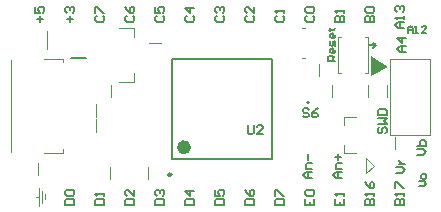
<source format=gto>
G04 Layer_Color=65535*
%FSLAX23Y23*%
%MOIN*%
G70*
G01*
G75*
%ADD27C,0.010*%
%ADD48C,0.024*%
%ADD49C,0.006*%
%ADD50C,0.004*%
%ADD51C,0.008*%
%ADD52C,0.005*%
G36*
X1206Y431D02*
X1151Y401D01*
Y467D01*
X1206Y431D01*
D02*
G37*
D27*
X485Y71D02*
G03*
X485Y71I-5J0D01*
G01*
D48*
X539Y162D02*
G03*
X539Y162I-12J0D01*
G01*
D49*
X943Y311D02*
G03*
X943Y311I-3J0D01*
G01*
D50*
X1213Y203D02*
Y457D01*
Y203D02*
X1347D01*
Y457D01*
X1213D02*
X1347D01*
X408Y55D02*
Y95D01*
X-49Y146D02*
Y454D01*
X60Y143D02*
X123D01*
X60Y457D02*
X123D01*
Y143D02*
Y155D01*
Y445D02*
Y457D01*
X919Y460D02*
X931D01*
X920Y558D02*
X932D01*
X70Y490D02*
Y550D01*
X285Y330D02*
Y370D01*
X978Y400D02*
Y440D01*
X410Y510D02*
X450D01*
X280Y55D02*
Y95D01*
X40Y69D02*
Y111D01*
X235Y264D02*
Y306D01*
Y214D02*
Y256D01*
X1019Y328D02*
Y370D01*
X1231Y155D02*
Y195D01*
X1061Y262D02*
X1099D01*
X1061Y235D02*
Y262D01*
Y144D02*
Y171D01*
Y144D02*
X1099D01*
X362Y529D02*
Y558D01*
X312D02*
X362D01*
X312Y380D02*
X362D01*
Y409D01*
X1132Y411D02*
X1140D01*
X1132Y529D02*
X1140D01*
Y411D02*
Y529D01*
X1042Y411D02*
Y529D01*
X1050D01*
X1042Y411D02*
X1050D01*
X1135Y125D02*
X1160Y100D01*
X1135Y75D02*
X1160Y100D01*
X1135Y75D02*
Y125D01*
X45Y-35D02*
Y25D01*
X55Y-25D02*
Y15D01*
X65Y-10D02*
Y5D01*
X35Y-5D02*
X45D01*
X1140Y330D02*
Y370D01*
X1204Y330D02*
Y370D01*
D51*
X488Y123D02*
X822D01*
X488Y457D02*
X822D01*
X488Y123D02*
Y457D01*
X822Y123D02*
Y457D01*
X152Y458D02*
X202D01*
D52*
X1157Y493D02*
X1168Y502D01*
X1157Y511D02*
X1168Y502D01*
X1144D02*
X1168D01*
X943Y287D02*
X938Y292D01*
X928D01*
X923Y287D01*
Y282D01*
X928Y277D01*
X938D01*
X943Y272D01*
Y267D01*
X938Y262D01*
X928D01*
X923Y267D01*
X973Y292D02*
X963Y287D01*
X953Y277D01*
Y267D01*
X958Y262D01*
X968D01*
X973Y267D01*
Y272D01*
X968Y277D01*
X953D01*
X740Y235D02*
Y210D01*
X745Y205D01*
X755D01*
X760Y210D01*
Y235D01*
X790Y205D02*
X770D01*
X790Y225D01*
Y230D01*
X785Y235D01*
X775D01*
X770Y230D01*
X1178Y228D02*
X1173Y223D01*
Y213D01*
X1178Y208D01*
X1183D01*
X1188Y213D01*
Y223D01*
X1193Y228D01*
X1198D01*
X1203Y223D01*
Y213D01*
X1198Y208D01*
X1173Y238D02*
X1203D01*
X1193Y248D01*
X1203Y258D01*
X1173D01*
Y268D02*
X1203D01*
Y283D01*
X1198Y288D01*
X1178D01*
X1173Y283D01*
Y268D01*
X1032Y450D02*
X1007D01*
Y462D01*
X1011Y467D01*
X1020D01*
X1024Y462D01*
Y450D01*
Y458D02*
X1032Y467D01*
Y487D02*
Y479D01*
X1028Y475D01*
X1020D01*
X1015Y479D01*
Y487D01*
X1020Y492D01*
X1024D01*
Y475D01*
X1032Y500D02*
Y512D01*
X1028Y517D01*
X1024Y512D01*
Y504D01*
X1020Y500D01*
X1015Y504D01*
Y517D01*
X1032Y537D02*
Y529D01*
X1028Y525D01*
X1020D01*
X1015Y529D01*
Y537D01*
X1020Y542D01*
X1024D01*
Y525D01*
X1011Y554D02*
X1015D01*
Y550D01*
Y558D01*
Y554D01*
X1028D01*
X1032Y558D01*
X1268Y480D02*
X1248D01*
X1238Y490D01*
X1248Y500D01*
X1268D01*
X1253D01*
Y480D01*
X1268Y525D02*
X1238D01*
X1253Y510D01*
Y530D01*
X1055Y60D02*
X1035D01*
X1025Y70D01*
X1035Y80D01*
X1055D01*
X1040D01*
Y60D01*
X1055Y90D02*
X1035D01*
Y105D01*
X1040Y110D01*
X1055D01*
X1040Y120D02*
Y140D01*
X1030Y130D02*
X1050D01*
X1303Y136D02*
X1323D01*
X1333Y146D01*
X1323Y156D01*
X1303D01*
Y166D02*
X1333D01*
Y181D01*
X1328Y186D01*
X1323D01*
X1318D01*
X1313Y181D01*
Y166D01*
X1132Y580D02*
X1162D01*
Y595D01*
X1157Y600D01*
X1152D01*
X1147Y595D01*
Y580D01*
Y595D01*
X1142Y600D01*
X1137D01*
X1132Y595D01*
Y580D01*
X1137Y610D02*
X1132Y615D01*
Y625D01*
X1137Y630D01*
X1157D01*
X1162Y625D01*
Y615D01*
X1157Y610D01*
X1137D01*
X1032Y580D02*
X1062D01*
Y595D01*
X1057Y600D01*
X1052D01*
X1047Y595D01*
Y580D01*
Y595D01*
X1042Y600D01*
X1037D01*
X1032Y595D01*
Y580D01*
X1062Y610D02*
Y620D01*
Y615D01*
X1032D01*
X1037Y610D01*
X237Y600D02*
X232Y595D01*
Y585D01*
X237Y580D01*
X257D01*
X262Y585D01*
Y595D01*
X257Y600D01*
X232Y610D02*
Y630D01*
X237D01*
X257Y610D01*
X262D01*
X337Y600D02*
X332Y595D01*
Y585D01*
X337Y580D01*
X357D01*
X362Y585D01*
Y595D01*
X357Y600D01*
X332Y630D02*
X337Y620D01*
X347Y610D01*
X357D01*
X362Y615D01*
Y625D01*
X357Y630D01*
X352D01*
X347Y625D01*
Y610D01*
X437Y600D02*
X432Y595D01*
Y585D01*
X437Y580D01*
X457D01*
X462Y585D01*
Y595D01*
X457Y600D01*
X432Y630D02*
Y610D01*
X447D01*
X442Y620D01*
Y625D01*
X447Y630D01*
X457D01*
X462Y625D01*
Y615D01*
X457Y610D01*
X537Y600D02*
X532Y595D01*
Y585D01*
X537Y580D01*
X557D01*
X562Y585D01*
Y595D01*
X557Y600D01*
X562Y625D02*
X532D01*
X547Y610D01*
Y630D01*
X637Y600D02*
X632Y595D01*
Y585D01*
X637Y580D01*
X657D01*
X662Y585D01*
Y595D01*
X657Y600D01*
X637Y610D02*
X632Y615D01*
Y625D01*
X637Y630D01*
X642D01*
X647Y625D01*
Y620D01*
Y625D01*
X652Y630D01*
X657D01*
X662Y625D01*
Y615D01*
X657Y610D01*
X737Y600D02*
X732Y595D01*
Y585D01*
X737Y580D01*
X757D01*
X762Y585D01*
Y595D01*
X757Y600D01*
X762Y630D02*
Y610D01*
X742Y630D01*
X737D01*
X732Y625D01*
Y615D01*
X737Y610D01*
X837Y600D02*
X832Y595D01*
Y585D01*
X837Y580D01*
X857D01*
X862Y585D01*
Y595D01*
X857Y600D01*
X862Y610D02*
Y620D01*
Y615D01*
X832D01*
X837Y610D01*
X937Y600D02*
X932Y595D01*
Y585D01*
X937Y580D01*
X957D01*
X962Y585D01*
Y595D01*
X957Y600D01*
X937Y610D02*
X932Y615D01*
Y625D01*
X937Y630D01*
X957D01*
X962Y625D01*
Y615D01*
X957Y610D01*
X937D01*
X1310Y32D02*
X1327D01*
X1335Y40D01*
X1327Y49D01*
X1310D01*
X1335Y61D02*
Y69D01*
X1331Y74D01*
X1323D01*
X1318Y69D01*
Y61D01*
X1323Y57D01*
X1331D01*
X1335Y61D01*
X1232Y-30D02*
X1262D01*
Y-15D01*
X1257Y-10D01*
X1252D01*
X1247Y-15D01*
Y-30D01*
Y-15D01*
X1242Y-10D01*
X1237D01*
X1232Y-15D01*
Y-30D01*
X1262Y-0D02*
Y10D01*
Y5D01*
X1232D01*
X1237Y-0D01*
X1232Y25D02*
Y45D01*
X1237D01*
X1257Y25D01*
X1262D01*
X1132Y-30D02*
X1162D01*
Y-15D01*
X1157Y-10D01*
X1152D01*
X1147Y-15D01*
Y-30D01*
Y-15D01*
X1142Y-10D01*
X1137D01*
X1132Y-15D01*
Y-30D01*
X1162Y-0D02*
Y10D01*
Y5D01*
X1132D01*
X1137Y-0D01*
X1132Y45D02*
X1137Y35D01*
X1147Y25D01*
X1157D01*
X1162Y30D01*
Y40D01*
X1157Y45D01*
X1152D01*
X1147Y40D01*
Y25D01*
X1273Y542D02*
Y559D01*
X1281Y567D01*
X1290Y559D01*
Y542D01*
Y554D01*
X1273D01*
X1298Y542D02*
X1306D01*
X1302D01*
Y567D01*
X1298Y563D01*
X1335Y542D02*
X1319D01*
X1335Y559D01*
Y563D01*
X1331Y567D01*
X1323D01*
X1319Y563D01*
X1262Y559D02*
X1242D01*
X1232Y569D01*
X1242Y579D01*
X1262D01*
X1247D01*
Y559D01*
X1262Y589D02*
Y599D01*
Y594D01*
X1232D01*
X1237Y589D01*
Y614D02*
X1232Y619D01*
Y629D01*
X1237Y634D01*
X1242D01*
X1247Y629D01*
Y624D01*
Y629D01*
X1252Y634D01*
X1257D01*
X1262Y629D01*
Y619D01*
X1257Y614D01*
X832Y-30D02*
X862D01*
Y-15D01*
X857Y-10D01*
X837D01*
X832Y-15D01*
Y-30D01*
Y-0D02*
Y20D01*
X837D01*
X857Y-0D01*
X862D01*
X732Y-30D02*
X762D01*
Y-15D01*
X757Y-10D01*
X737D01*
X732Y-15D01*
Y-30D01*
Y20D02*
X737Y10D01*
X747Y-0D01*
X757D01*
X762Y5D01*
Y15D01*
X757Y20D01*
X752D01*
X747Y15D01*
Y-0D01*
X632Y-30D02*
X662D01*
Y-15D01*
X657Y-10D01*
X637D01*
X632Y-15D01*
Y-30D01*
Y20D02*
Y-0D01*
X647D01*
X642Y10D01*
Y15D01*
X647Y20D01*
X657D01*
X662Y15D01*
Y5D01*
X657Y-0D01*
X532Y-30D02*
X562D01*
Y-15D01*
X557Y-10D01*
X537D01*
X532Y-15D01*
Y-30D01*
X562Y15D02*
X532D01*
X547Y-0D01*
Y20D01*
X432Y-30D02*
X462D01*
Y-15D01*
X457Y-10D01*
X437D01*
X432Y-15D01*
Y-30D01*
X437Y-0D02*
X432Y5D01*
Y15D01*
X437Y20D01*
X442D01*
X447Y15D01*
Y10D01*
Y15D01*
X452Y20D01*
X457D01*
X462Y15D01*
Y5D01*
X457Y-0D01*
X332Y-30D02*
X362D01*
Y-15D01*
X357Y-10D01*
X337D01*
X332Y-15D01*
Y-30D01*
X362Y20D02*
Y-0D01*
X342Y20D01*
X337D01*
X332Y15D01*
Y5D01*
X337Y-0D01*
X232Y-30D02*
X262D01*
Y-15D01*
X257Y-10D01*
X237D01*
X232Y-15D01*
Y-30D01*
X262Y-0D02*
Y10D01*
Y5D01*
X232D01*
X237Y-0D01*
X132Y-30D02*
X162D01*
Y-15D01*
X157Y-10D01*
X137D01*
X132Y-15D01*
Y-30D01*
X137Y-0D02*
X132Y5D01*
Y15D01*
X137Y20D01*
X157D01*
X162Y15D01*
Y5D01*
X157Y-0D01*
X137D01*
X955Y60D02*
X935D01*
X925Y70D01*
X935Y80D01*
X955D01*
X940D01*
Y60D01*
X955Y90D02*
X935D01*
Y105D01*
X940Y110D01*
X955D01*
X940Y120D02*
Y140D01*
X1235Y75D02*
X1255D01*
X1265Y85D01*
X1255Y95D01*
X1235D01*
X1245Y105D02*
X1265D01*
X1255D01*
X1250Y110D01*
X1245Y115D01*
Y120D01*
X47Y580D02*
Y600D01*
X37Y590D02*
X57D01*
X32Y630D02*
Y610D01*
X47D01*
X42Y620D01*
Y625D01*
X47Y630D01*
X57D01*
X62Y625D01*
Y615D01*
X57Y610D01*
X147Y580D02*
Y600D01*
X137Y590D02*
X157D01*
X137Y610D02*
X132Y615D01*
Y625D01*
X137Y630D01*
X142D01*
X147Y625D01*
Y620D01*
Y625D01*
X152Y630D01*
X157D01*
X162Y625D01*
Y615D01*
X157Y610D01*
X932Y-10D02*
Y-30D01*
X962D01*
Y-10D01*
X947Y-30D02*
Y-20D01*
X937Y-0D02*
X932Y5D01*
Y15D01*
X937Y20D01*
X957D01*
X962Y15D01*
Y5D01*
X957Y-0D01*
X937D01*
X1032Y-10D02*
Y-30D01*
X1062D01*
Y-10D01*
X1047Y-30D02*
Y-20D01*
X1062Y-0D02*
Y10D01*
Y5D01*
X1032D01*
X1037Y-0D01*
M02*

</source>
